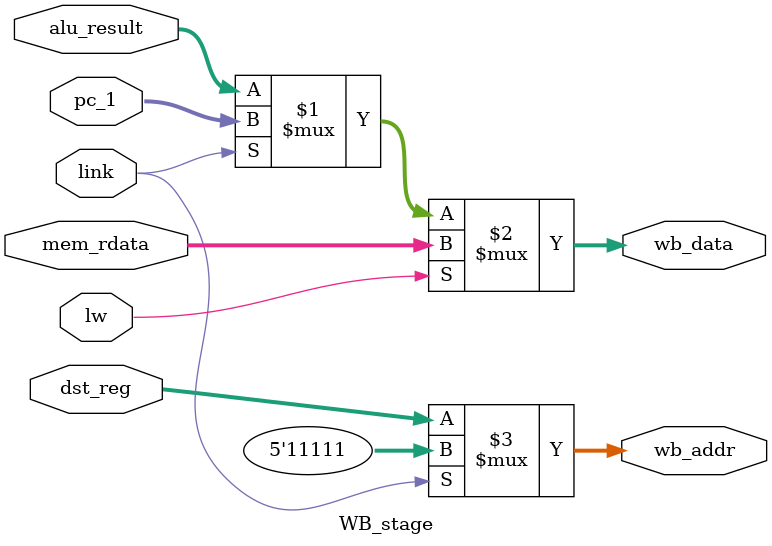
<source format=v>
module WB_stage(
    input [31:0] pc_1, alu_result, mem_rdata,
    input [4:0] dst_reg,
    input lw, link,
    output [31:0] wb_data,
    output [4:0] wb_addr
);

    assign wb_data = lw ? mem_rdata : (link ? pc_1 : alu_result);
    assign wb_addr = link ? 5'b11111 : dst_reg;

endmodule

</source>
